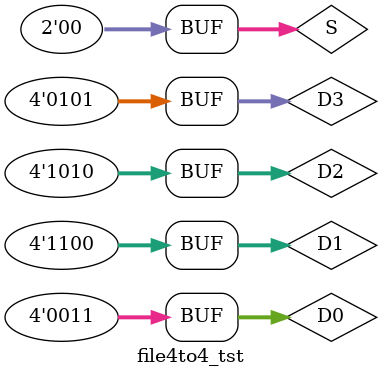
<source format=v>
`timescale 1ns / 1ps


module file4to4_tst(    );
    wire [3:0] Y0,Y1,Y2,Y3;
    reg [3:0] D0,D1,D2,D3; 
    reg [1:0] S; 
    FILE4to4 trans4to4_inst(.Y0(Y0), .Y1(Y1),.Y2(Y2),.Y3(Y3),.S(S), .D0(D0), .D1(D1), .D2(D2), .D3(D3));
initial
    begin
        D0=4'b0011;D1=4'b1100;D2=4'b1010;D3=4'b0101;
        S=2'b00; #50;
        S=2'b01; #50;
        S=2'b10; #50;
        S=2'b11; #50;
        S=2'b00; #50;
    end
endmodule

</source>
